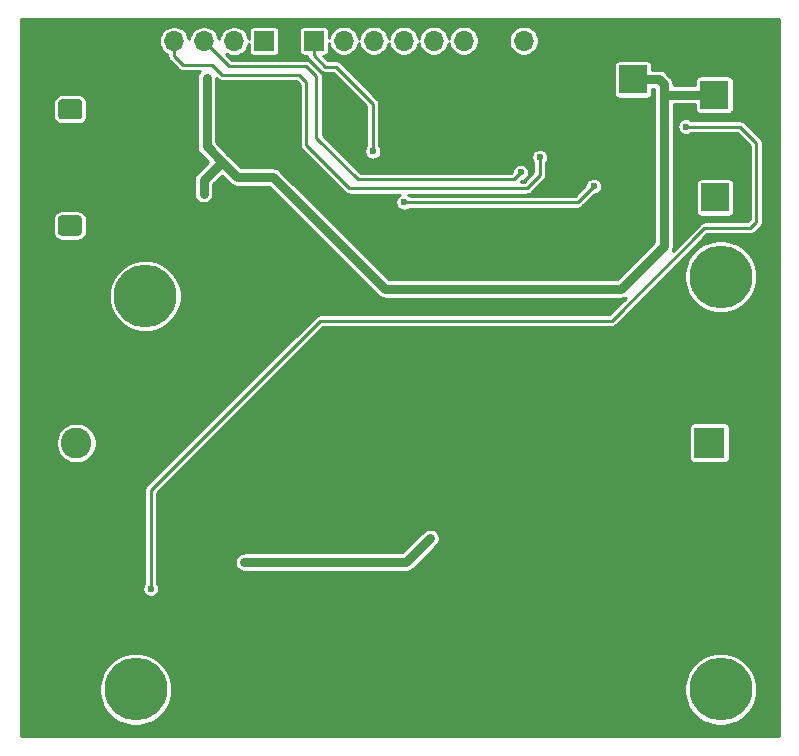
<source format=gbr>
G04 #@! TF.GenerationSoftware,KiCad,Pcbnew,5.1.10-88a1d61d58~90~ubuntu20.04.1*
G04 #@! TF.CreationDate,2021-09-05T17:22:48+01:00*
G04 #@! TF.ProjectId,hl2_extpamon,686c325f-6578-4747-9061-6d6f6e2e6b69,1*
G04 #@! TF.SameCoordinates,PX59a5380PY35d55f4*
G04 #@! TF.FileFunction,Copper,L2,Bot*
G04 #@! TF.FilePolarity,Positive*
%FSLAX46Y46*%
G04 Gerber Fmt 4.6, Leading zero omitted, Abs format (unit mm)*
G04 Created by KiCad (PCBNEW 5.1.10-88a1d61d58~90~ubuntu20.04.1) date 2021-09-05 17:22:48*
%MOMM*%
%LPD*%
G01*
G04 APERTURE LIST*
G04 #@! TA.AperFunction,ComponentPad*
%ADD10C,5.300000*%
G04 #@! TD*
G04 #@! TA.AperFunction,ComponentPad*
%ADD11O,1.700000X1.700000*%
G04 #@! TD*
G04 #@! TA.AperFunction,ComponentPad*
%ADD12R,1.700000X1.700000*%
G04 #@! TD*
G04 #@! TA.AperFunction,ComponentPad*
%ADD13O,2.000000X1.700000*%
G04 #@! TD*
G04 #@! TA.AperFunction,ComponentPad*
%ADD14C,2.600000*%
G04 #@! TD*
G04 #@! TA.AperFunction,ComponentPad*
%ADD15R,2.600000X2.600000*%
G04 #@! TD*
G04 #@! TA.AperFunction,ComponentPad*
%ADD16C,2.400000*%
G04 #@! TD*
G04 #@! TA.AperFunction,ComponentPad*
%ADD17R,2.400000X2.400000*%
G04 #@! TD*
G04 #@! TA.AperFunction,ViaPad*
%ADD18C,0.600000*%
G04 #@! TD*
G04 #@! TA.AperFunction,Conductor*
%ADD19C,0.250000*%
G04 #@! TD*
G04 #@! TA.AperFunction,Conductor*
%ADD20C,0.800000*%
G04 #@! TD*
G04 #@! TA.AperFunction,Conductor*
%ADD21C,0.254000*%
G04 #@! TD*
G04 #@! TA.AperFunction,Conductor*
%ADD22C,0.100000*%
G04 #@! TD*
G04 APERTURE END LIST*
D10*
X59690000Y-57150000D03*
X10160000Y-57150000D03*
X10972800Y-23850600D03*
X59690000Y-22199600D03*
D11*
X10865300Y-2260600D03*
X13405300Y-2260600D03*
X15945300Y-2260600D03*
X18485300Y-2260600D03*
D12*
X21025300Y-2260600D03*
D11*
X43021700Y-2235200D03*
X40481700Y-2235200D03*
X37941700Y-2235200D03*
X35401700Y-2235200D03*
X32861700Y-2235200D03*
X30321700Y-2235200D03*
X27781700Y-2235200D03*
D12*
X25241700Y-2235200D03*
D13*
X4590100Y-20373800D03*
G04 #@! TA.AperFunction,ComponentPad*
G36*
G01*
X3840100Y-17023800D02*
X5340100Y-17023800D01*
G75*
G02*
X5590100Y-17273800I0J-250000D01*
G01*
X5590100Y-18473800D01*
G75*
G02*
X5340100Y-18723800I-250000J0D01*
G01*
X3840100Y-18723800D01*
G75*
G02*
X3590100Y-18473800I0J250000D01*
G01*
X3590100Y-17273800D01*
G75*
G02*
X3840100Y-17023800I250000J0D01*
G01*
G37*
G04 #@! TD.AperFunction*
D14*
X5124900Y-36292800D03*
D15*
X5124900Y-31292800D03*
D13*
X4616900Y-10541000D03*
G04 #@! TA.AperFunction,ComponentPad*
G36*
G01*
X3866900Y-7191000D02*
X5366900Y-7191000D01*
G75*
G02*
X5616900Y-7441000I0J-250000D01*
G01*
X5616900Y-8641000D01*
G75*
G02*
X5366900Y-8891000I-250000J0D01*
G01*
X3866900Y-8891000D01*
G75*
G02*
X3616900Y-8641000I0J250000D01*
G01*
X3616900Y-7441000D01*
G75*
G02*
X3866900Y-7191000I250000J0D01*
G01*
G37*
G04 #@! TD.AperFunction*
D16*
X59162000Y-3297500D03*
D17*
X59162000Y-6797500D03*
D16*
X59225500Y-11997000D03*
D17*
X59225500Y-15497000D03*
D14*
X58742900Y-31274200D03*
D15*
X58742900Y-36274200D03*
D16*
X48767300Y-5511800D03*
D17*
X52267300Y-5511800D03*
D18*
X32512000Y-41656000D03*
X34544000Y-41656000D03*
X21336000Y-33528000D03*
X15240000Y-33528000D03*
X23368000Y-33528000D03*
X25400000Y-33528000D03*
X9144000Y-33528000D03*
X7112000Y-33528000D03*
X3048000Y-33528000D03*
X5080000Y-33528000D03*
X11176000Y-33528000D03*
X13208000Y-33528000D03*
X10160000Y-40640000D03*
X8128000Y-40640000D03*
X4064000Y-40640000D03*
X6096000Y-40640000D03*
X12192000Y-40640000D03*
X14224000Y-40640000D03*
X2032000Y-38608000D03*
X2032000Y-40640000D03*
X2032000Y-36576000D03*
X2032000Y-34544000D03*
X16256000Y-33528000D03*
X20320000Y-33528000D03*
X38608000Y-41656000D03*
X36576000Y-41656000D03*
X44704000Y-41656000D03*
X46736000Y-41656000D03*
X42672000Y-41656000D03*
X40640000Y-41656000D03*
X52832000Y-41656000D03*
X60960000Y-41656000D03*
X54864000Y-41656000D03*
X56896000Y-41656000D03*
X58928000Y-41656000D03*
X62992000Y-41656000D03*
X50800000Y-41656000D03*
X48768000Y-41656000D03*
X38608000Y-33020000D03*
X54864000Y-33020000D03*
X46736000Y-33020000D03*
X40640000Y-33020000D03*
X42672000Y-33020000D03*
X44704000Y-33020000D03*
X50800000Y-33020000D03*
X56896000Y-33020000D03*
X48768000Y-33020000D03*
X36576000Y-33020000D03*
X52832000Y-33020000D03*
X34544000Y-33020000D03*
X62484000Y-39624000D03*
X62484000Y-37592000D03*
X62484000Y-35560000D03*
X62484000Y-33528000D03*
X11443000Y-48628000D03*
X56743600Y-9499600D03*
X19374300Y-46380400D03*
X35093900Y-44370800D03*
X16157900Y-5400800D03*
X15903900Y-15173200D03*
X38957700Y-23241000D03*
X30245500Y-11582400D03*
X32886000Y-15893400D03*
X48933100Y-14541500D03*
X44373800Y-12090400D03*
X42748200Y-13385800D03*
D19*
X56743600Y-9499600D02*
X56743600Y-9499600D01*
X62712600Y-17551400D02*
X62712600Y-10896600D01*
X58318400Y-18084800D02*
X62179200Y-18084800D01*
X50469800Y-25933400D02*
X58318400Y-18084800D01*
X62712600Y-10896600D02*
X61315600Y-9499600D01*
X25806400Y-25933400D02*
X50469800Y-25933400D01*
X11443000Y-40296800D02*
X25806400Y-25933400D01*
X61315600Y-9499600D02*
X56743600Y-9499600D01*
X62179200Y-18084800D02*
X62712600Y-17551400D01*
X11443000Y-48628000D02*
X11443000Y-40296800D01*
D20*
X33084300Y-46380400D02*
X35093900Y-44370800D01*
X19374300Y-46380400D02*
X33084300Y-46380400D01*
X38957700Y-23241000D02*
X51276700Y-23241000D01*
X54873800Y-19643900D02*
X54873800Y-6797500D01*
X51276700Y-23241000D02*
X54873800Y-19643900D01*
X59162000Y-6797500D02*
X54873800Y-6797500D01*
X52267300Y-5511800D02*
X54483000Y-5511800D01*
X54873800Y-5902600D02*
X54873800Y-6797500D01*
X54483000Y-5511800D02*
X54873800Y-5902600D01*
X31242000Y-23241000D02*
X38957700Y-23241000D01*
X21793200Y-13792200D02*
X31242000Y-23241000D01*
X18770600Y-13792200D02*
X21793200Y-13792200D01*
X16157900Y-5400800D02*
X16157900Y-11179500D01*
X15903900Y-14042700D02*
X17462500Y-12484100D01*
X15903900Y-15173200D02*
X15903900Y-14042700D01*
X17462500Y-12484100D02*
X18770600Y-13792200D01*
X16157900Y-11179500D02*
X17462500Y-12484100D01*
D19*
X30245500Y-11582400D02*
X30296300Y-11633200D01*
X32886000Y-15893400D02*
X47581200Y-15893400D01*
X47581200Y-15893400D02*
X48933100Y-14541500D01*
X48933100Y-14541500D02*
X48945800Y-14528800D01*
X25241700Y-2235200D02*
X25241700Y-3473900D01*
X25241700Y-3473900D02*
X26212800Y-4445000D01*
X26212800Y-4445000D02*
X27127200Y-4445000D01*
X30245500Y-7563300D02*
X30245500Y-11582400D01*
X27127200Y-4445000D02*
X30245500Y-7563300D01*
X13405300Y-2260600D02*
X13405300Y-3429000D01*
X13405300Y-3429000D02*
X13405300Y-3530600D01*
X13405300Y-3530600D02*
X14141900Y-4267200D01*
X14141900Y-4267200D02*
X16631100Y-4267200D01*
X16631100Y-4267200D02*
X17494700Y-5130800D01*
X17494700Y-5130800D02*
X23997100Y-5130800D01*
X23997100Y-5130800D02*
X24606700Y-5740400D01*
X24606700Y-5740400D02*
X24606700Y-9855200D01*
X24606700Y-9855200D02*
X24606700Y-11068500D01*
X24606700Y-11068500D02*
X28244800Y-14706600D01*
X28244800Y-14706600D02*
X43281600Y-14706600D01*
X43281600Y-14706600D02*
X44373800Y-13614400D01*
X44373800Y-13614400D02*
X44373800Y-12090400D01*
X44373800Y-12090400D02*
X44373800Y-12090400D01*
X15945300Y-2260600D02*
X18078900Y-4394200D01*
X18078900Y-4394200D02*
X24581300Y-4394200D01*
X24581300Y-4394200D02*
X25444900Y-5257800D01*
X25444900Y-5257800D02*
X25444900Y-9499600D01*
X25444900Y-9499600D02*
X25444900Y-10433500D01*
X25444900Y-10433500D02*
X28981400Y-13970000D01*
X28981400Y-13970000D02*
X42164000Y-13970000D01*
X42164000Y-13970000D02*
X42748200Y-13385800D01*
X42748200Y-13385800D02*
X42748200Y-13385800D01*
D21*
X64588001Y-61139500D02*
X412000Y-61139500D01*
X412000Y-56846942D01*
X7083000Y-56846942D01*
X7083000Y-57453058D01*
X7201248Y-58047528D01*
X7433198Y-58607506D01*
X7769938Y-59111473D01*
X8198527Y-59540062D01*
X8702494Y-59876802D01*
X9262472Y-60108752D01*
X9856942Y-60227000D01*
X10463058Y-60227000D01*
X11057528Y-60108752D01*
X11617506Y-59876802D01*
X12121473Y-59540062D01*
X12550062Y-59111473D01*
X12886802Y-58607506D01*
X13118752Y-58047528D01*
X13237000Y-57453058D01*
X13237000Y-56846942D01*
X56613000Y-56846942D01*
X56613000Y-57453058D01*
X56731248Y-58047528D01*
X56963198Y-58607506D01*
X57299938Y-59111473D01*
X57728527Y-59540062D01*
X58232494Y-59876802D01*
X58792472Y-60108752D01*
X59386942Y-60227000D01*
X59993058Y-60227000D01*
X60587528Y-60108752D01*
X61147506Y-59876802D01*
X61651473Y-59540062D01*
X62080062Y-59111473D01*
X62416802Y-58607506D01*
X62648752Y-58047528D01*
X62767000Y-57453058D01*
X62767000Y-56846942D01*
X62648752Y-56252472D01*
X62416802Y-55692494D01*
X62080062Y-55188527D01*
X61651473Y-54759938D01*
X61147506Y-54423198D01*
X60587528Y-54191248D01*
X59993058Y-54073000D01*
X59386942Y-54073000D01*
X58792472Y-54191248D01*
X58232494Y-54423198D01*
X57728527Y-54759938D01*
X57299938Y-55188527D01*
X56963198Y-55692494D01*
X56731248Y-56252472D01*
X56613000Y-56846942D01*
X13237000Y-56846942D01*
X13118752Y-56252472D01*
X12886802Y-55692494D01*
X12550062Y-55188527D01*
X12121473Y-54759938D01*
X11617506Y-54423198D01*
X11057528Y-54191248D01*
X10463058Y-54073000D01*
X9856942Y-54073000D01*
X9262472Y-54191248D01*
X8702494Y-54423198D01*
X8198527Y-54759938D01*
X7769938Y-55188527D01*
X7433198Y-55692494D01*
X7201248Y-56252472D01*
X7083000Y-56846942D01*
X412000Y-56846942D01*
X412000Y-48556397D01*
X10716000Y-48556397D01*
X10716000Y-48699603D01*
X10743938Y-48840058D01*
X10798741Y-48972364D01*
X10878302Y-49091436D01*
X10979564Y-49192698D01*
X11098636Y-49272259D01*
X11230942Y-49327062D01*
X11371397Y-49355000D01*
X11514603Y-49355000D01*
X11655058Y-49327062D01*
X11787364Y-49272259D01*
X11906436Y-49192698D01*
X12007698Y-49091436D01*
X12087259Y-48972364D01*
X12142062Y-48840058D01*
X12170000Y-48699603D01*
X12170000Y-48556397D01*
X12142062Y-48415942D01*
X12087259Y-48283636D01*
X12007698Y-48164564D01*
X11995000Y-48151866D01*
X11995000Y-46380400D01*
X18543299Y-46380400D01*
X18559266Y-46542520D01*
X18606555Y-46698410D01*
X18683348Y-46842079D01*
X18786694Y-46968006D01*
X18912621Y-47071352D01*
X19056290Y-47148145D01*
X19212180Y-47195434D01*
X19333676Y-47207400D01*
X33043686Y-47207400D01*
X33084300Y-47211400D01*
X33124914Y-47207400D01*
X33124924Y-47207400D01*
X33246420Y-47195434D01*
X33402310Y-47148145D01*
X33545979Y-47071352D01*
X33671906Y-46968006D01*
X33697805Y-46936448D01*
X35707403Y-44926852D01*
X35784852Y-44832480D01*
X35861645Y-44688811D01*
X35908933Y-44532921D01*
X35924900Y-44370800D01*
X35908933Y-44208680D01*
X35861645Y-44052790D01*
X35784852Y-43909120D01*
X35681506Y-43783194D01*
X35555580Y-43679848D01*
X35411910Y-43603055D01*
X35256020Y-43555767D01*
X35093900Y-43539800D01*
X34931779Y-43555767D01*
X34775889Y-43603055D01*
X34632220Y-43679848D01*
X34537848Y-43757297D01*
X32741747Y-45553400D01*
X19333676Y-45553400D01*
X19212180Y-45565366D01*
X19056290Y-45612655D01*
X18912621Y-45689448D01*
X18786694Y-45792794D01*
X18683348Y-45918721D01*
X18606555Y-46062390D01*
X18559266Y-46218280D01*
X18543299Y-46380400D01*
X11995000Y-46380400D01*
X11995000Y-40525444D01*
X17546244Y-34974200D01*
X57013834Y-34974200D01*
X57013834Y-37574200D01*
X57022078Y-37657907D01*
X57046495Y-37738396D01*
X57086145Y-37812576D01*
X57139505Y-37877595D01*
X57204524Y-37930955D01*
X57278704Y-37970605D01*
X57359193Y-37995022D01*
X57442900Y-38003266D01*
X60042900Y-38003266D01*
X60126607Y-37995022D01*
X60207096Y-37970605D01*
X60281276Y-37930955D01*
X60346295Y-37877595D01*
X60399655Y-37812576D01*
X60439305Y-37738396D01*
X60463722Y-37657907D01*
X60471966Y-37574200D01*
X60471966Y-34974200D01*
X60463722Y-34890493D01*
X60439305Y-34810004D01*
X60399655Y-34735824D01*
X60346295Y-34670805D01*
X60281276Y-34617445D01*
X60207096Y-34577795D01*
X60126607Y-34553378D01*
X60042900Y-34545134D01*
X57442900Y-34545134D01*
X57359193Y-34553378D01*
X57278704Y-34577795D01*
X57204524Y-34617445D01*
X57139505Y-34670805D01*
X57086145Y-34735824D01*
X57046495Y-34810004D01*
X57022078Y-34890493D01*
X57013834Y-34974200D01*
X17546244Y-34974200D01*
X26035046Y-26485400D01*
X50442694Y-26485400D01*
X50469800Y-26488070D01*
X50496906Y-26485400D01*
X50496909Y-26485400D01*
X50578011Y-26477412D01*
X50682063Y-26445848D01*
X50777958Y-26394591D01*
X50862011Y-26325611D01*
X50879301Y-26304543D01*
X55287303Y-21896542D01*
X56613000Y-21896542D01*
X56613000Y-22502658D01*
X56731248Y-23097128D01*
X56963198Y-23657106D01*
X57299938Y-24161073D01*
X57728527Y-24589662D01*
X58232494Y-24926402D01*
X58792472Y-25158352D01*
X59386942Y-25276600D01*
X59993058Y-25276600D01*
X60587528Y-25158352D01*
X61147506Y-24926402D01*
X61651473Y-24589662D01*
X62080062Y-24161073D01*
X62416802Y-23657106D01*
X62648752Y-23097128D01*
X62767000Y-22502658D01*
X62767000Y-21896542D01*
X62648752Y-21302072D01*
X62416802Y-20742094D01*
X62080062Y-20238127D01*
X61651473Y-19809538D01*
X61147506Y-19472798D01*
X60587528Y-19240848D01*
X59993058Y-19122600D01*
X59386942Y-19122600D01*
X58792472Y-19240848D01*
X58232494Y-19472798D01*
X57728527Y-19809538D01*
X57299938Y-20238127D01*
X56963198Y-20742094D01*
X56731248Y-21302072D01*
X56613000Y-21896542D01*
X55287303Y-21896542D01*
X58547046Y-18636800D01*
X62152094Y-18636800D01*
X62179200Y-18639470D01*
X62206306Y-18636800D01*
X62206309Y-18636800D01*
X62287411Y-18628812D01*
X62391463Y-18597248D01*
X62487358Y-18545991D01*
X62571411Y-18477011D01*
X62588700Y-18455944D01*
X63083754Y-17960892D01*
X63104811Y-17943611D01*
X63163140Y-17872537D01*
X63173791Y-17859558D01*
X63225048Y-17763663D01*
X63256612Y-17659611D01*
X63267270Y-17551400D01*
X63264600Y-17524291D01*
X63264600Y-10923697D01*
X63267269Y-10896599D01*
X63264600Y-10869501D01*
X63264600Y-10869491D01*
X63256612Y-10788389D01*
X63225048Y-10684337D01*
X63183876Y-10607309D01*
X63173791Y-10588441D01*
X63122091Y-10525445D01*
X63104811Y-10504389D01*
X63083754Y-10487108D01*
X61725100Y-9128456D01*
X61707811Y-9107389D01*
X61623758Y-9038409D01*
X61527863Y-8987152D01*
X61423811Y-8955588D01*
X61342709Y-8947600D01*
X61342706Y-8947600D01*
X61315600Y-8944930D01*
X61288494Y-8947600D01*
X57219734Y-8947600D01*
X57207036Y-8934902D01*
X57087964Y-8855341D01*
X56955658Y-8800538D01*
X56815203Y-8772600D01*
X56671997Y-8772600D01*
X56531542Y-8800538D01*
X56399236Y-8855341D01*
X56280164Y-8934902D01*
X56178902Y-9036164D01*
X56099341Y-9155236D01*
X56044538Y-9287542D01*
X56016600Y-9427997D01*
X56016600Y-9571203D01*
X56044538Y-9711658D01*
X56099341Y-9843964D01*
X56178902Y-9963036D01*
X56280164Y-10064298D01*
X56399236Y-10143859D01*
X56531542Y-10198662D01*
X56671997Y-10226600D01*
X56815203Y-10226600D01*
X56955658Y-10198662D01*
X57087964Y-10143859D01*
X57207036Y-10064298D01*
X57219734Y-10051600D01*
X61086956Y-10051600D01*
X62160601Y-11125247D01*
X62160600Y-17322755D01*
X61950555Y-17532800D01*
X58345508Y-17532800D01*
X58318400Y-17530130D01*
X58291291Y-17532800D01*
X58210189Y-17540788D01*
X58106137Y-17572352D01*
X58010242Y-17623609D01*
X57926189Y-17692589D01*
X57908908Y-17713646D01*
X55619614Y-20002940D01*
X55641545Y-19961911D01*
X55655890Y-19914622D01*
X55688834Y-19806020D01*
X55700800Y-19684524D01*
X55700800Y-19684514D01*
X55704800Y-19643900D01*
X55700800Y-19603286D01*
X55700800Y-14297000D01*
X57596434Y-14297000D01*
X57596434Y-16697000D01*
X57604678Y-16780707D01*
X57629095Y-16861196D01*
X57668745Y-16935376D01*
X57722105Y-17000395D01*
X57787124Y-17053755D01*
X57861304Y-17093405D01*
X57941793Y-17117822D01*
X58025500Y-17126066D01*
X60425500Y-17126066D01*
X60509207Y-17117822D01*
X60589696Y-17093405D01*
X60663876Y-17053755D01*
X60728895Y-17000395D01*
X60782255Y-16935376D01*
X60821905Y-16861196D01*
X60846322Y-16780707D01*
X60854566Y-16697000D01*
X60854566Y-14297000D01*
X60846322Y-14213293D01*
X60821905Y-14132804D01*
X60782255Y-14058624D01*
X60728895Y-13993605D01*
X60663876Y-13940245D01*
X60589696Y-13900595D01*
X60509207Y-13876178D01*
X60425500Y-13867934D01*
X58025500Y-13867934D01*
X57941793Y-13876178D01*
X57861304Y-13900595D01*
X57787124Y-13940245D01*
X57722105Y-13993605D01*
X57668745Y-14058624D01*
X57629095Y-14132804D01*
X57604678Y-14213293D01*
X57596434Y-14297000D01*
X55700800Y-14297000D01*
X55700800Y-7624500D01*
X57532934Y-7624500D01*
X57532934Y-7997500D01*
X57541178Y-8081207D01*
X57565595Y-8161696D01*
X57605245Y-8235876D01*
X57658605Y-8300895D01*
X57723624Y-8354255D01*
X57797804Y-8393905D01*
X57878293Y-8418322D01*
X57962000Y-8426566D01*
X60362000Y-8426566D01*
X60445707Y-8418322D01*
X60526196Y-8393905D01*
X60600376Y-8354255D01*
X60665395Y-8300895D01*
X60718755Y-8235876D01*
X60758405Y-8161696D01*
X60782822Y-8081207D01*
X60791066Y-7997500D01*
X60791066Y-5597500D01*
X60782822Y-5513793D01*
X60758405Y-5433304D01*
X60718755Y-5359124D01*
X60665395Y-5294105D01*
X60600376Y-5240745D01*
X60526196Y-5201095D01*
X60445707Y-5176678D01*
X60362000Y-5168434D01*
X57962000Y-5168434D01*
X57878293Y-5176678D01*
X57797804Y-5201095D01*
X57723624Y-5240745D01*
X57658605Y-5294105D01*
X57605245Y-5359124D01*
X57565595Y-5433304D01*
X57541178Y-5513793D01*
X57532934Y-5597500D01*
X57532934Y-5970500D01*
X55700800Y-5970500D01*
X55700800Y-5943214D01*
X55704800Y-5902600D01*
X55700800Y-5861986D01*
X55700800Y-5861976D01*
X55688834Y-5740480D01*
X55641545Y-5584590D01*
X55564752Y-5440921D01*
X55497623Y-5359124D01*
X55487303Y-5346549D01*
X55487301Y-5346547D01*
X55461406Y-5314994D01*
X55429854Y-5289100D01*
X55096505Y-4955752D01*
X55070606Y-4924194D01*
X54944679Y-4820848D01*
X54801010Y-4744055D01*
X54645120Y-4696766D01*
X54523624Y-4684800D01*
X54523614Y-4684800D01*
X54483000Y-4680800D01*
X54442386Y-4684800D01*
X53896366Y-4684800D01*
X53896366Y-4311800D01*
X53888122Y-4228093D01*
X53863705Y-4147604D01*
X53824055Y-4073424D01*
X53770695Y-4008405D01*
X53705676Y-3955045D01*
X53631496Y-3915395D01*
X53551007Y-3890978D01*
X53467300Y-3882734D01*
X51067300Y-3882734D01*
X50983593Y-3890978D01*
X50903104Y-3915395D01*
X50828924Y-3955045D01*
X50763905Y-4008405D01*
X50710545Y-4073424D01*
X50670895Y-4147604D01*
X50646478Y-4228093D01*
X50638234Y-4311800D01*
X50638234Y-6711800D01*
X50646478Y-6795507D01*
X50670895Y-6875996D01*
X50710545Y-6950176D01*
X50763905Y-7015195D01*
X50828924Y-7068555D01*
X50903104Y-7108205D01*
X50983593Y-7132622D01*
X51067300Y-7140866D01*
X53467300Y-7140866D01*
X53551007Y-7132622D01*
X53631496Y-7108205D01*
X53705676Y-7068555D01*
X53770695Y-7015195D01*
X53824055Y-6950176D01*
X53863705Y-6875996D01*
X53888122Y-6795507D01*
X53896366Y-6711800D01*
X53896366Y-6338800D01*
X54046800Y-6338800D01*
X54046800Y-6756876D01*
X54042799Y-6797500D01*
X54046801Y-6838134D01*
X54046800Y-19301345D01*
X50934147Y-22414000D01*
X31584554Y-22414000D01*
X22406705Y-13236152D01*
X22380806Y-13204594D01*
X22254879Y-13101248D01*
X22111210Y-13024455D01*
X21955320Y-12977166D01*
X21833824Y-12965200D01*
X21833814Y-12965200D01*
X21793200Y-12961200D01*
X21752586Y-12965200D01*
X19113154Y-12965200D01*
X18076006Y-11928053D01*
X18076002Y-11928048D01*
X18076001Y-11928047D01*
X18050106Y-11896494D01*
X18018552Y-11870598D01*
X16984900Y-10836947D01*
X16984900Y-5401646D01*
X17085207Y-5501953D01*
X17102489Y-5523011D01*
X17123545Y-5540291D01*
X17123546Y-5540292D01*
X17186542Y-5591991D01*
X17282437Y-5643248D01*
X17386489Y-5674812D01*
X17494700Y-5685470D01*
X17521808Y-5682800D01*
X23768455Y-5682800D01*
X24054700Y-5969046D01*
X24054701Y-9828082D01*
X24054700Y-9828092D01*
X24054701Y-11041384D01*
X24052030Y-11068500D01*
X24062689Y-11176710D01*
X24094252Y-11280762D01*
X24135425Y-11357791D01*
X24145510Y-11376658D01*
X24214490Y-11460711D01*
X24235552Y-11477996D01*
X27835308Y-15077754D01*
X27852589Y-15098811D01*
X27873645Y-15116091D01*
X27936641Y-15167791D01*
X27986308Y-15194338D01*
X28032537Y-15219048D01*
X28136589Y-15250612D01*
X28217691Y-15258600D01*
X28217701Y-15258600D01*
X28244799Y-15261269D01*
X28271897Y-15258600D01*
X32527480Y-15258600D01*
X32422564Y-15328702D01*
X32321302Y-15429964D01*
X32241741Y-15549036D01*
X32186938Y-15681342D01*
X32159000Y-15821797D01*
X32159000Y-15965003D01*
X32186938Y-16105458D01*
X32241741Y-16237764D01*
X32321302Y-16356836D01*
X32422564Y-16458098D01*
X32541636Y-16537659D01*
X32673942Y-16592462D01*
X32814397Y-16620400D01*
X32957603Y-16620400D01*
X33098058Y-16592462D01*
X33230364Y-16537659D01*
X33349436Y-16458098D01*
X33362134Y-16445400D01*
X47554094Y-16445400D01*
X47581200Y-16448070D01*
X47608306Y-16445400D01*
X47608309Y-16445400D01*
X47689411Y-16437412D01*
X47793463Y-16405848D01*
X47889358Y-16354591D01*
X47973411Y-16285611D01*
X47990700Y-16264544D01*
X48986745Y-15268500D01*
X49004703Y-15268500D01*
X49145158Y-15240562D01*
X49277464Y-15185759D01*
X49396536Y-15106198D01*
X49497798Y-15004936D01*
X49577359Y-14885864D01*
X49632162Y-14753558D01*
X49660100Y-14613103D01*
X49660100Y-14469897D01*
X49632162Y-14329442D01*
X49577359Y-14197136D01*
X49497798Y-14078064D01*
X49396536Y-13976802D01*
X49277464Y-13897241D01*
X49145158Y-13842438D01*
X49004703Y-13814500D01*
X48861497Y-13814500D01*
X48721042Y-13842438D01*
X48588736Y-13897241D01*
X48469664Y-13976802D01*
X48368402Y-14078064D01*
X48288841Y-14197136D01*
X48234038Y-14329442D01*
X48206100Y-14469897D01*
X48206100Y-14487855D01*
X47352556Y-15341400D01*
X33362134Y-15341400D01*
X33349436Y-15328702D01*
X33244520Y-15258600D01*
X43254494Y-15258600D01*
X43281600Y-15261270D01*
X43308706Y-15258600D01*
X43308709Y-15258600D01*
X43389811Y-15250612D01*
X43493863Y-15219048D01*
X43589758Y-15167791D01*
X43673811Y-15098811D01*
X43691100Y-15077744D01*
X44744954Y-14023892D01*
X44766011Y-14006611D01*
X44834991Y-13922558D01*
X44886248Y-13826663D01*
X44917812Y-13722611D01*
X44925800Y-13641509D01*
X44925800Y-13641507D01*
X44928470Y-13614401D01*
X44925800Y-13587295D01*
X44925800Y-12566534D01*
X44938498Y-12553836D01*
X45018059Y-12434764D01*
X45072862Y-12302458D01*
X45100800Y-12162003D01*
X45100800Y-12018797D01*
X45072862Y-11878342D01*
X45018059Y-11746036D01*
X44938498Y-11626964D01*
X44837236Y-11525702D01*
X44718164Y-11446141D01*
X44585858Y-11391338D01*
X44445403Y-11363400D01*
X44302197Y-11363400D01*
X44161742Y-11391338D01*
X44029436Y-11446141D01*
X43910364Y-11525702D01*
X43809102Y-11626964D01*
X43729541Y-11746036D01*
X43674738Y-11878342D01*
X43646800Y-12018797D01*
X43646800Y-12162003D01*
X43674738Y-12302458D01*
X43729541Y-12434764D01*
X43809102Y-12553836D01*
X43821801Y-12566535D01*
X43821800Y-13385754D01*
X43052956Y-14154600D01*
X42760045Y-14154600D01*
X42801845Y-14112800D01*
X42819803Y-14112800D01*
X42960258Y-14084862D01*
X43092564Y-14030059D01*
X43211636Y-13950498D01*
X43312898Y-13849236D01*
X43392459Y-13730164D01*
X43447262Y-13597858D01*
X43475200Y-13457403D01*
X43475200Y-13314197D01*
X43447262Y-13173742D01*
X43392459Y-13041436D01*
X43312898Y-12922364D01*
X43211636Y-12821102D01*
X43092564Y-12741541D01*
X42960258Y-12686738D01*
X42819803Y-12658800D01*
X42676597Y-12658800D01*
X42536142Y-12686738D01*
X42403836Y-12741541D01*
X42284764Y-12821102D01*
X42183502Y-12922364D01*
X42103941Y-13041436D01*
X42049138Y-13173742D01*
X42021200Y-13314197D01*
X42021200Y-13332155D01*
X41935355Y-13418000D01*
X29210046Y-13418000D01*
X25996900Y-10204856D01*
X25996900Y-5284908D01*
X25999570Y-5257800D01*
X25993266Y-5193790D01*
X25988912Y-5149589D01*
X25957348Y-5045537D01*
X25906091Y-4949642D01*
X25837111Y-4865589D01*
X25816054Y-4848308D01*
X24990800Y-4023056D01*
X24973511Y-4001989D01*
X24889458Y-3933009D01*
X24793563Y-3881752D01*
X24689511Y-3850188D01*
X24608409Y-3842200D01*
X24608406Y-3842200D01*
X24581300Y-3839530D01*
X24554194Y-3842200D01*
X18307546Y-3842200D01*
X17811686Y-3346340D01*
X17880414Y-3392263D01*
X18112813Y-3488526D01*
X18359526Y-3537600D01*
X18611074Y-3537600D01*
X18857787Y-3488526D01*
X19090186Y-3392263D01*
X19299340Y-3252511D01*
X19477211Y-3074640D01*
X19616963Y-2865486D01*
X19713226Y-2633087D01*
X19746234Y-2467144D01*
X19746234Y-3110600D01*
X19754478Y-3194307D01*
X19778895Y-3274796D01*
X19818545Y-3348976D01*
X19871905Y-3413995D01*
X19936924Y-3467355D01*
X20011104Y-3507005D01*
X20091593Y-3531422D01*
X20175300Y-3539666D01*
X21875300Y-3539666D01*
X21959007Y-3531422D01*
X22039496Y-3507005D01*
X22113676Y-3467355D01*
X22178695Y-3413995D01*
X22232055Y-3348976D01*
X22271705Y-3274796D01*
X22296122Y-3194307D01*
X22304366Y-3110600D01*
X22304366Y-1410600D01*
X22301865Y-1385200D01*
X23962634Y-1385200D01*
X23962634Y-3085200D01*
X23970878Y-3168907D01*
X23995295Y-3249396D01*
X24034945Y-3323576D01*
X24088305Y-3388595D01*
X24153324Y-3441955D01*
X24227504Y-3481605D01*
X24307993Y-3506022D01*
X24391700Y-3514266D01*
X24691006Y-3514266D01*
X24697689Y-3582110D01*
X24729252Y-3686162D01*
X24780509Y-3782057D01*
X24780510Y-3782058D01*
X24849490Y-3866111D01*
X24870552Y-3883396D01*
X25803307Y-4816153D01*
X25820589Y-4837211D01*
X25841645Y-4854491D01*
X25841646Y-4854492D01*
X25904642Y-4906191D01*
X26000537Y-4957448D01*
X26104589Y-4989012D01*
X26212800Y-4999670D01*
X26239908Y-4997000D01*
X26898556Y-4997000D01*
X29693500Y-7791946D01*
X29693501Y-11106265D01*
X29680802Y-11118964D01*
X29601241Y-11238036D01*
X29546438Y-11370342D01*
X29518500Y-11510797D01*
X29518500Y-11654003D01*
X29546438Y-11794458D01*
X29601241Y-11926764D01*
X29680802Y-12045836D01*
X29782064Y-12147098D01*
X29901136Y-12226659D01*
X30033442Y-12281462D01*
X30173897Y-12309400D01*
X30317103Y-12309400D01*
X30457558Y-12281462D01*
X30589864Y-12226659D01*
X30708936Y-12147098D01*
X30810198Y-12045836D01*
X30889759Y-11926764D01*
X30944562Y-11794458D01*
X30972500Y-11654003D01*
X30972500Y-11510797D01*
X30944562Y-11370342D01*
X30889759Y-11238036D01*
X30810198Y-11118964D01*
X30797500Y-11106266D01*
X30797500Y-7590405D01*
X30800170Y-7563299D01*
X30797500Y-7536191D01*
X30789512Y-7455089D01*
X30757948Y-7351037D01*
X30706691Y-7255142D01*
X30637711Y-7171089D01*
X30616654Y-7153808D01*
X27536701Y-4073856D01*
X27519411Y-4052789D01*
X27435358Y-3983809D01*
X27339463Y-3932552D01*
X27235411Y-3900988D01*
X27154309Y-3893000D01*
X27154306Y-3893000D01*
X27127200Y-3890330D01*
X27100094Y-3893000D01*
X26441446Y-3893000D01*
X26062711Y-3514266D01*
X26091700Y-3514266D01*
X26175407Y-3506022D01*
X26255896Y-3481605D01*
X26330076Y-3441955D01*
X26395095Y-3388595D01*
X26448455Y-3323576D01*
X26488105Y-3249396D01*
X26512522Y-3168907D01*
X26520766Y-3085200D01*
X26520766Y-2441744D01*
X26553774Y-2607687D01*
X26650037Y-2840086D01*
X26789789Y-3049240D01*
X26967660Y-3227111D01*
X27176814Y-3366863D01*
X27409213Y-3463126D01*
X27655926Y-3512200D01*
X27907474Y-3512200D01*
X28154187Y-3463126D01*
X28386586Y-3366863D01*
X28595740Y-3227111D01*
X28773611Y-3049240D01*
X28913363Y-2840086D01*
X29009626Y-2607687D01*
X29051700Y-2396166D01*
X29093774Y-2607687D01*
X29190037Y-2840086D01*
X29329789Y-3049240D01*
X29507660Y-3227111D01*
X29716814Y-3366863D01*
X29949213Y-3463126D01*
X30195926Y-3512200D01*
X30447474Y-3512200D01*
X30694187Y-3463126D01*
X30926586Y-3366863D01*
X31135740Y-3227111D01*
X31313611Y-3049240D01*
X31453363Y-2840086D01*
X31549626Y-2607687D01*
X31591700Y-2396166D01*
X31633774Y-2607687D01*
X31730037Y-2840086D01*
X31869789Y-3049240D01*
X32047660Y-3227111D01*
X32256814Y-3366863D01*
X32489213Y-3463126D01*
X32735926Y-3512200D01*
X32987474Y-3512200D01*
X33234187Y-3463126D01*
X33466586Y-3366863D01*
X33675740Y-3227111D01*
X33853611Y-3049240D01*
X33993363Y-2840086D01*
X34089626Y-2607687D01*
X34131700Y-2396166D01*
X34173774Y-2607687D01*
X34270037Y-2840086D01*
X34409789Y-3049240D01*
X34587660Y-3227111D01*
X34796814Y-3366863D01*
X35029213Y-3463126D01*
X35275926Y-3512200D01*
X35527474Y-3512200D01*
X35774187Y-3463126D01*
X36006586Y-3366863D01*
X36215740Y-3227111D01*
X36393611Y-3049240D01*
X36533363Y-2840086D01*
X36629626Y-2607687D01*
X36671700Y-2396166D01*
X36713774Y-2607687D01*
X36810037Y-2840086D01*
X36949789Y-3049240D01*
X37127660Y-3227111D01*
X37336814Y-3366863D01*
X37569213Y-3463126D01*
X37815926Y-3512200D01*
X38067474Y-3512200D01*
X38314187Y-3463126D01*
X38546586Y-3366863D01*
X38755740Y-3227111D01*
X38933611Y-3049240D01*
X39073363Y-2840086D01*
X39169626Y-2607687D01*
X39218700Y-2360974D01*
X39218700Y-2109426D01*
X41744700Y-2109426D01*
X41744700Y-2360974D01*
X41793774Y-2607687D01*
X41890037Y-2840086D01*
X42029789Y-3049240D01*
X42207660Y-3227111D01*
X42416814Y-3366863D01*
X42649213Y-3463126D01*
X42895926Y-3512200D01*
X43147474Y-3512200D01*
X43394187Y-3463126D01*
X43626586Y-3366863D01*
X43835740Y-3227111D01*
X44013611Y-3049240D01*
X44153363Y-2840086D01*
X44249626Y-2607687D01*
X44298700Y-2360974D01*
X44298700Y-2109426D01*
X44249626Y-1862713D01*
X44153363Y-1630314D01*
X44013611Y-1421160D01*
X43835740Y-1243289D01*
X43626586Y-1103537D01*
X43394187Y-1007274D01*
X43147474Y-958200D01*
X42895926Y-958200D01*
X42649213Y-1007274D01*
X42416814Y-1103537D01*
X42207660Y-1243289D01*
X42029789Y-1421160D01*
X41890037Y-1630314D01*
X41793774Y-1862713D01*
X41744700Y-2109426D01*
X39218700Y-2109426D01*
X39169626Y-1862713D01*
X39073363Y-1630314D01*
X38933611Y-1421160D01*
X38755740Y-1243289D01*
X38546586Y-1103537D01*
X38314187Y-1007274D01*
X38067474Y-958200D01*
X37815926Y-958200D01*
X37569213Y-1007274D01*
X37336814Y-1103537D01*
X37127660Y-1243289D01*
X36949789Y-1421160D01*
X36810037Y-1630314D01*
X36713774Y-1862713D01*
X36671700Y-2074234D01*
X36629626Y-1862713D01*
X36533363Y-1630314D01*
X36393611Y-1421160D01*
X36215740Y-1243289D01*
X36006586Y-1103537D01*
X35774187Y-1007274D01*
X35527474Y-958200D01*
X35275926Y-958200D01*
X35029213Y-1007274D01*
X34796814Y-1103537D01*
X34587660Y-1243289D01*
X34409789Y-1421160D01*
X34270037Y-1630314D01*
X34173774Y-1862713D01*
X34131700Y-2074234D01*
X34089626Y-1862713D01*
X33993363Y-1630314D01*
X33853611Y-1421160D01*
X33675740Y-1243289D01*
X33466586Y-1103537D01*
X33234187Y-1007274D01*
X32987474Y-958200D01*
X32735926Y-958200D01*
X32489213Y-1007274D01*
X32256814Y-1103537D01*
X32047660Y-1243289D01*
X31869789Y-1421160D01*
X31730037Y-1630314D01*
X31633774Y-1862713D01*
X31591700Y-2074234D01*
X31549626Y-1862713D01*
X31453363Y-1630314D01*
X31313611Y-1421160D01*
X31135740Y-1243289D01*
X30926586Y-1103537D01*
X30694187Y-1007274D01*
X30447474Y-958200D01*
X30195926Y-958200D01*
X29949213Y-1007274D01*
X29716814Y-1103537D01*
X29507660Y-1243289D01*
X29329789Y-1421160D01*
X29190037Y-1630314D01*
X29093774Y-1862713D01*
X29051700Y-2074234D01*
X29009626Y-1862713D01*
X28913363Y-1630314D01*
X28773611Y-1421160D01*
X28595740Y-1243289D01*
X28386586Y-1103537D01*
X28154187Y-1007274D01*
X27907474Y-958200D01*
X27655926Y-958200D01*
X27409213Y-1007274D01*
X27176814Y-1103537D01*
X26967660Y-1243289D01*
X26789789Y-1421160D01*
X26650037Y-1630314D01*
X26553774Y-1862713D01*
X26520766Y-2028656D01*
X26520766Y-1385200D01*
X26512522Y-1301493D01*
X26488105Y-1221004D01*
X26448455Y-1146824D01*
X26395095Y-1081805D01*
X26330076Y-1028445D01*
X26255896Y-988795D01*
X26175407Y-964378D01*
X26091700Y-956134D01*
X24391700Y-956134D01*
X24307993Y-964378D01*
X24227504Y-988795D01*
X24153324Y-1028445D01*
X24088305Y-1081805D01*
X24034945Y-1146824D01*
X23995295Y-1221004D01*
X23970878Y-1301493D01*
X23962634Y-1385200D01*
X22301865Y-1385200D01*
X22296122Y-1326893D01*
X22271705Y-1246404D01*
X22232055Y-1172224D01*
X22178695Y-1107205D01*
X22113676Y-1053845D01*
X22039496Y-1014195D01*
X21959007Y-989778D01*
X21875300Y-981534D01*
X20175300Y-981534D01*
X20091593Y-989778D01*
X20011104Y-1014195D01*
X19936924Y-1053845D01*
X19871905Y-1107205D01*
X19818545Y-1172224D01*
X19778895Y-1246404D01*
X19754478Y-1326893D01*
X19746234Y-1410600D01*
X19746234Y-2054056D01*
X19713226Y-1888113D01*
X19616963Y-1655714D01*
X19477211Y-1446560D01*
X19299340Y-1268689D01*
X19090186Y-1128937D01*
X18857787Y-1032674D01*
X18611074Y-983600D01*
X18359526Y-983600D01*
X18112813Y-1032674D01*
X17880414Y-1128937D01*
X17671260Y-1268689D01*
X17493389Y-1446560D01*
X17353637Y-1655714D01*
X17257374Y-1888113D01*
X17215300Y-2099634D01*
X17173226Y-1888113D01*
X17076963Y-1655714D01*
X16937211Y-1446560D01*
X16759340Y-1268689D01*
X16550186Y-1128937D01*
X16317787Y-1032674D01*
X16071074Y-983600D01*
X15819526Y-983600D01*
X15572813Y-1032674D01*
X15340414Y-1128937D01*
X15131260Y-1268689D01*
X14953389Y-1446560D01*
X14813637Y-1655714D01*
X14717374Y-1888113D01*
X14675300Y-2099634D01*
X14633226Y-1888113D01*
X14536963Y-1655714D01*
X14397211Y-1446560D01*
X14219340Y-1268689D01*
X14010186Y-1128937D01*
X13777787Y-1032674D01*
X13531074Y-983600D01*
X13279526Y-983600D01*
X13032813Y-1032674D01*
X12800414Y-1128937D01*
X12591260Y-1268689D01*
X12413389Y-1446560D01*
X12273637Y-1655714D01*
X12177374Y-1888113D01*
X12128300Y-2134826D01*
X12128300Y-2386374D01*
X12177374Y-2633087D01*
X12273637Y-2865486D01*
X12413389Y-3074640D01*
X12591260Y-3252511D01*
X12800414Y-3392263D01*
X12853300Y-3414169D01*
X12853300Y-3503494D01*
X12850630Y-3530600D01*
X12853300Y-3557706D01*
X12853300Y-3557709D01*
X12861288Y-3638811D01*
X12892852Y-3742863D01*
X12944109Y-3838758D01*
X13013090Y-3922811D01*
X13034151Y-3940096D01*
X13732407Y-4638353D01*
X13749689Y-4659411D01*
X13770745Y-4676691D01*
X13770746Y-4676692D01*
X13833742Y-4728391D01*
X13929637Y-4779648D01*
X14033689Y-4811212D01*
X14141900Y-4821870D01*
X14169008Y-4819200D01*
X15565365Y-4819200D01*
X15466948Y-4939122D01*
X15390155Y-5082791D01*
X15342866Y-5238681D01*
X15330900Y-5360177D01*
X15330901Y-11138876D01*
X15326900Y-11179500D01*
X15342867Y-11341620D01*
X15390156Y-11497510D01*
X15466948Y-11641179D01*
X15528645Y-11716356D01*
X15570295Y-11767106D01*
X15601848Y-11793001D01*
X16292946Y-12484100D01*
X15347848Y-13429199D01*
X15316295Y-13455094D01*
X15290400Y-13486647D01*
X15290398Y-13486649D01*
X15212948Y-13581021D01*
X15136156Y-13724690D01*
X15088867Y-13880580D01*
X15072900Y-14042700D01*
X15076901Y-14083323D01*
X15076900Y-15213823D01*
X15088866Y-15335319D01*
X15136155Y-15491209D01*
X15212948Y-15634878D01*
X15316294Y-15760806D01*
X15442221Y-15864152D01*
X15585890Y-15940945D01*
X15741780Y-15988234D01*
X15903900Y-16004201D01*
X16066019Y-15988234D01*
X16221909Y-15940945D01*
X16365578Y-15864152D01*
X16491506Y-15760806D01*
X16594852Y-15634879D01*
X16671645Y-15491210D01*
X16718934Y-15335320D01*
X16730900Y-15213824D01*
X16730900Y-14385253D01*
X17462500Y-13653654D01*
X18157097Y-14348251D01*
X18182994Y-14379806D01*
X18214547Y-14405701D01*
X18214548Y-14405702D01*
X18308920Y-14483152D01*
X18366654Y-14514011D01*
X18452590Y-14559945D01*
X18608480Y-14607234D01*
X18729976Y-14619200D01*
X18729986Y-14619200D01*
X18770600Y-14623200D01*
X18811214Y-14619200D01*
X21450647Y-14619200D01*
X30628499Y-23797053D01*
X30654394Y-23828606D01*
X30685947Y-23854501D01*
X30685948Y-23854502D01*
X30780320Y-23931952D01*
X30847762Y-23968000D01*
X30923990Y-24008745D01*
X31079880Y-24056034D01*
X31201376Y-24068000D01*
X31201385Y-24068000D01*
X31241999Y-24072000D01*
X31282613Y-24068000D01*
X51236086Y-24068000D01*
X51276700Y-24072000D01*
X51317314Y-24068000D01*
X51317324Y-24068000D01*
X51438820Y-24056034D01*
X51594710Y-24008745D01*
X51635744Y-23986812D01*
X50241156Y-25381400D01*
X25833505Y-25381400D01*
X25806399Y-25378730D01*
X25779293Y-25381400D01*
X25779291Y-25381400D01*
X25698189Y-25389388D01*
X25594137Y-25420952D01*
X25498242Y-25472209D01*
X25414189Y-25541189D01*
X25396909Y-25562245D01*
X11071852Y-39887304D01*
X11050790Y-39904589D01*
X10992060Y-39976152D01*
X10981809Y-39988643D01*
X10930552Y-40084538D01*
X10898989Y-40188590D01*
X10888330Y-40296800D01*
X10891001Y-40323916D01*
X10891000Y-48151866D01*
X10878302Y-48164564D01*
X10798741Y-48283636D01*
X10743938Y-48415942D01*
X10716000Y-48556397D01*
X412000Y-48556397D01*
X412000Y-36122705D01*
X3397900Y-36122705D01*
X3397900Y-36462895D01*
X3464268Y-36796547D01*
X3594453Y-37110841D01*
X3783452Y-37393698D01*
X4024002Y-37634248D01*
X4306859Y-37823247D01*
X4621153Y-37953432D01*
X4954805Y-38019800D01*
X5294995Y-38019800D01*
X5628647Y-37953432D01*
X5942941Y-37823247D01*
X6225798Y-37634248D01*
X6466348Y-37393698D01*
X6655347Y-37110841D01*
X6785532Y-36796547D01*
X6851900Y-36462895D01*
X6851900Y-36122705D01*
X6785532Y-35789053D01*
X6655347Y-35474759D01*
X6466348Y-35191902D01*
X6225798Y-34951352D01*
X5942941Y-34762353D01*
X5628647Y-34632168D01*
X5294995Y-34565800D01*
X4954805Y-34565800D01*
X4621153Y-34632168D01*
X4306859Y-34762353D01*
X4024002Y-34951352D01*
X3783452Y-35191902D01*
X3594453Y-35474759D01*
X3464268Y-35789053D01*
X3397900Y-36122705D01*
X412000Y-36122705D01*
X412000Y-23547542D01*
X7895800Y-23547542D01*
X7895800Y-24153658D01*
X8014048Y-24748128D01*
X8245998Y-25308106D01*
X8582738Y-25812073D01*
X9011327Y-26240662D01*
X9515294Y-26577402D01*
X10075272Y-26809352D01*
X10669742Y-26927600D01*
X11275858Y-26927600D01*
X11870328Y-26809352D01*
X12430306Y-26577402D01*
X12934273Y-26240662D01*
X13362862Y-25812073D01*
X13699602Y-25308106D01*
X13931552Y-24748128D01*
X14049800Y-24153658D01*
X14049800Y-23547542D01*
X13931552Y-22953072D01*
X13699602Y-22393094D01*
X13362862Y-21889127D01*
X12934273Y-21460538D01*
X12430306Y-21123798D01*
X11870328Y-20891848D01*
X11275858Y-20773600D01*
X10669742Y-20773600D01*
X10075272Y-20891848D01*
X9515294Y-21123798D01*
X9011327Y-21460538D01*
X8582738Y-21889127D01*
X8245998Y-22393094D01*
X8014048Y-22953072D01*
X7895800Y-23547542D01*
X412000Y-23547542D01*
X412000Y-17273800D01*
X3161034Y-17273800D01*
X3161034Y-18473800D01*
X3174082Y-18606279D01*
X3212725Y-18733667D01*
X3275477Y-18851069D01*
X3359928Y-18953972D01*
X3462831Y-19038423D01*
X3580233Y-19101175D01*
X3707621Y-19139818D01*
X3840100Y-19152866D01*
X5340100Y-19152866D01*
X5472579Y-19139818D01*
X5599967Y-19101175D01*
X5717369Y-19038423D01*
X5820272Y-18953972D01*
X5904723Y-18851069D01*
X5967475Y-18733667D01*
X6006118Y-18606279D01*
X6019166Y-18473800D01*
X6019166Y-17273800D01*
X6006118Y-17141321D01*
X5967475Y-17013933D01*
X5904723Y-16896531D01*
X5820272Y-16793628D01*
X5717369Y-16709177D01*
X5599967Y-16646425D01*
X5472579Y-16607782D01*
X5340100Y-16594734D01*
X3840100Y-16594734D01*
X3707621Y-16607782D01*
X3580233Y-16646425D01*
X3462831Y-16709177D01*
X3359928Y-16793628D01*
X3275477Y-16896531D01*
X3212725Y-17013933D01*
X3174082Y-17141321D01*
X3161034Y-17273800D01*
X412000Y-17273800D01*
X412000Y-7441000D01*
X3187834Y-7441000D01*
X3187834Y-8641000D01*
X3200882Y-8773479D01*
X3239525Y-8900867D01*
X3302277Y-9018269D01*
X3386728Y-9121172D01*
X3489631Y-9205623D01*
X3607033Y-9268375D01*
X3734421Y-9307018D01*
X3866900Y-9320066D01*
X5366900Y-9320066D01*
X5499379Y-9307018D01*
X5626767Y-9268375D01*
X5744169Y-9205623D01*
X5847072Y-9121172D01*
X5931523Y-9018269D01*
X5994275Y-8900867D01*
X6032918Y-8773479D01*
X6045966Y-8641000D01*
X6045966Y-7441000D01*
X6032918Y-7308521D01*
X5994275Y-7181133D01*
X5931523Y-7063731D01*
X5847072Y-6960828D01*
X5744169Y-6876377D01*
X5626767Y-6813625D01*
X5499379Y-6774982D01*
X5366900Y-6761934D01*
X3866900Y-6761934D01*
X3734421Y-6774982D01*
X3607033Y-6813625D01*
X3489631Y-6876377D01*
X3386728Y-6960828D01*
X3302277Y-7063731D01*
X3239525Y-7181133D01*
X3200882Y-7308521D01*
X3187834Y-7441000D01*
X412000Y-7441000D01*
X412000Y-412000D01*
X64588000Y-412000D01*
X64588001Y-61139500D01*
G04 #@! TA.AperFunction,Conductor*
D22*
G36*
X64588001Y-61139500D02*
G01*
X412000Y-61139500D01*
X412000Y-56846942D01*
X7083000Y-56846942D01*
X7083000Y-57453058D01*
X7201248Y-58047528D01*
X7433198Y-58607506D01*
X7769938Y-59111473D01*
X8198527Y-59540062D01*
X8702494Y-59876802D01*
X9262472Y-60108752D01*
X9856942Y-60227000D01*
X10463058Y-60227000D01*
X11057528Y-60108752D01*
X11617506Y-59876802D01*
X12121473Y-59540062D01*
X12550062Y-59111473D01*
X12886802Y-58607506D01*
X13118752Y-58047528D01*
X13237000Y-57453058D01*
X13237000Y-56846942D01*
X56613000Y-56846942D01*
X56613000Y-57453058D01*
X56731248Y-58047528D01*
X56963198Y-58607506D01*
X57299938Y-59111473D01*
X57728527Y-59540062D01*
X58232494Y-59876802D01*
X58792472Y-60108752D01*
X59386942Y-60227000D01*
X59993058Y-60227000D01*
X60587528Y-60108752D01*
X61147506Y-59876802D01*
X61651473Y-59540062D01*
X62080062Y-59111473D01*
X62416802Y-58607506D01*
X62648752Y-58047528D01*
X62767000Y-57453058D01*
X62767000Y-56846942D01*
X62648752Y-56252472D01*
X62416802Y-55692494D01*
X62080062Y-55188527D01*
X61651473Y-54759938D01*
X61147506Y-54423198D01*
X60587528Y-54191248D01*
X59993058Y-54073000D01*
X59386942Y-54073000D01*
X58792472Y-54191248D01*
X58232494Y-54423198D01*
X57728527Y-54759938D01*
X57299938Y-55188527D01*
X56963198Y-55692494D01*
X56731248Y-56252472D01*
X56613000Y-56846942D01*
X13237000Y-56846942D01*
X13118752Y-56252472D01*
X12886802Y-55692494D01*
X12550062Y-55188527D01*
X12121473Y-54759938D01*
X11617506Y-54423198D01*
X11057528Y-54191248D01*
X10463058Y-54073000D01*
X9856942Y-54073000D01*
X9262472Y-54191248D01*
X8702494Y-54423198D01*
X8198527Y-54759938D01*
X7769938Y-55188527D01*
X7433198Y-55692494D01*
X7201248Y-56252472D01*
X7083000Y-56846942D01*
X412000Y-56846942D01*
X412000Y-48556397D01*
X10716000Y-48556397D01*
X10716000Y-48699603D01*
X10743938Y-48840058D01*
X10798741Y-48972364D01*
X10878302Y-49091436D01*
X10979564Y-49192698D01*
X11098636Y-49272259D01*
X11230942Y-49327062D01*
X11371397Y-49355000D01*
X11514603Y-49355000D01*
X11655058Y-49327062D01*
X11787364Y-49272259D01*
X11906436Y-49192698D01*
X12007698Y-49091436D01*
X12087259Y-48972364D01*
X12142062Y-48840058D01*
X12170000Y-48699603D01*
X12170000Y-48556397D01*
X12142062Y-48415942D01*
X12087259Y-48283636D01*
X12007698Y-48164564D01*
X11995000Y-48151866D01*
X11995000Y-46380400D01*
X18543299Y-46380400D01*
X18559266Y-46542520D01*
X18606555Y-46698410D01*
X18683348Y-46842079D01*
X18786694Y-46968006D01*
X18912621Y-47071352D01*
X19056290Y-47148145D01*
X19212180Y-47195434D01*
X19333676Y-47207400D01*
X33043686Y-47207400D01*
X33084300Y-47211400D01*
X33124914Y-47207400D01*
X33124924Y-47207400D01*
X33246420Y-47195434D01*
X33402310Y-47148145D01*
X33545979Y-47071352D01*
X33671906Y-46968006D01*
X33697805Y-46936448D01*
X35707403Y-44926852D01*
X35784852Y-44832480D01*
X35861645Y-44688811D01*
X35908933Y-44532921D01*
X35924900Y-44370800D01*
X35908933Y-44208680D01*
X35861645Y-44052790D01*
X35784852Y-43909120D01*
X35681506Y-43783194D01*
X35555580Y-43679848D01*
X35411910Y-43603055D01*
X35256020Y-43555767D01*
X35093900Y-43539800D01*
X34931779Y-43555767D01*
X34775889Y-43603055D01*
X34632220Y-43679848D01*
X34537848Y-43757297D01*
X32741747Y-45553400D01*
X19333676Y-45553400D01*
X19212180Y-45565366D01*
X19056290Y-45612655D01*
X18912621Y-45689448D01*
X18786694Y-45792794D01*
X18683348Y-45918721D01*
X18606555Y-46062390D01*
X18559266Y-46218280D01*
X18543299Y-46380400D01*
X11995000Y-46380400D01*
X11995000Y-40525444D01*
X17546244Y-34974200D01*
X57013834Y-34974200D01*
X57013834Y-37574200D01*
X57022078Y-37657907D01*
X57046495Y-37738396D01*
X57086145Y-37812576D01*
X57139505Y-37877595D01*
X57204524Y-37930955D01*
X57278704Y-37970605D01*
X57359193Y-37995022D01*
X57442900Y-38003266D01*
X60042900Y-38003266D01*
X60126607Y-37995022D01*
X60207096Y-37970605D01*
X60281276Y-37930955D01*
X60346295Y-37877595D01*
X60399655Y-37812576D01*
X60439305Y-37738396D01*
X60463722Y-37657907D01*
X60471966Y-37574200D01*
X60471966Y-34974200D01*
X60463722Y-34890493D01*
X60439305Y-34810004D01*
X60399655Y-34735824D01*
X60346295Y-34670805D01*
X60281276Y-34617445D01*
X60207096Y-34577795D01*
X60126607Y-34553378D01*
X60042900Y-34545134D01*
X57442900Y-34545134D01*
X57359193Y-34553378D01*
X57278704Y-34577795D01*
X57204524Y-34617445D01*
X57139505Y-34670805D01*
X57086145Y-34735824D01*
X57046495Y-34810004D01*
X57022078Y-34890493D01*
X57013834Y-34974200D01*
X17546244Y-34974200D01*
X26035046Y-26485400D01*
X50442694Y-26485400D01*
X50469800Y-26488070D01*
X50496906Y-26485400D01*
X50496909Y-26485400D01*
X50578011Y-26477412D01*
X50682063Y-26445848D01*
X50777958Y-26394591D01*
X50862011Y-26325611D01*
X50879301Y-26304543D01*
X55287303Y-21896542D01*
X56613000Y-21896542D01*
X56613000Y-22502658D01*
X56731248Y-23097128D01*
X56963198Y-23657106D01*
X57299938Y-24161073D01*
X57728527Y-24589662D01*
X58232494Y-24926402D01*
X58792472Y-25158352D01*
X59386942Y-25276600D01*
X59993058Y-25276600D01*
X60587528Y-25158352D01*
X61147506Y-24926402D01*
X61651473Y-24589662D01*
X62080062Y-24161073D01*
X62416802Y-23657106D01*
X62648752Y-23097128D01*
X62767000Y-22502658D01*
X62767000Y-21896542D01*
X62648752Y-21302072D01*
X62416802Y-20742094D01*
X62080062Y-20238127D01*
X61651473Y-19809538D01*
X61147506Y-19472798D01*
X60587528Y-19240848D01*
X59993058Y-19122600D01*
X59386942Y-19122600D01*
X58792472Y-19240848D01*
X58232494Y-19472798D01*
X57728527Y-19809538D01*
X57299938Y-20238127D01*
X56963198Y-20742094D01*
X56731248Y-21302072D01*
X56613000Y-21896542D01*
X55287303Y-21896542D01*
X58547046Y-18636800D01*
X62152094Y-18636800D01*
X62179200Y-18639470D01*
X62206306Y-18636800D01*
X62206309Y-18636800D01*
X62287411Y-18628812D01*
X62391463Y-18597248D01*
X62487358Y-18545991D01*
X62571411Y-18477011D01*
X62588700Y-18455944D01*
X63083754Y-17960892D01*
X63104811Y-17943611D01*
X63163140Y-17872537D01*
X63173791Y-17859558D01*
X63225048Y-17763663D01*
X63256612Y-17659611D01*
X63267270Y-17551400D01*
X63264600Y-17524291D01*
X63264600Y-10923697D01*
X63267269Y-10896599D01*
X63264600Y-10869501D01*
X63264600Y-10869491D01*
X63256612Y-10788389D01*
X63225048Y-10684337D01*
X63183876Y-10607309D01*
X63173791Y-10588441D01*
X63122091Y-10525445D01*
X63104811Y-10504389D01*
X63083754Y-10487108D01*
X61725100Y-9128456D01*
X61707811Y-9107389D01*
X61623758Y-9038409D01*
X61527863Y-8987152D01*
X61423811Y-8955588D01*
X61342709Y-8947600D01*
X61342706Y-8947600D01*
X61315600Y-8944930D01*
X61288494Y-8947600D01*
X57219734Y-8947600D01*
X57207036Y-8934902D01*
X57087964Y-8855341D01*
X56955658Y-8800538D01*
X56815203Y-8772600D01*
X56671997Y-8772600D01*
X56531542Y-8800538D01*
X56399236Y-8855341D01*
X56280164Y-8934902D01*
X56178902Y-9036164D01*
X56099341Y-9155236D01*
X56044538Y-9287542D01*
X56016600Y-9427997D01*
X56016600Y-9571203D01*
X56044538Y-9711658D01*
X56099341Y-9843964D01*
X56178902Y-9963036D01*
X56280164Y-10064298D01*
X56399236Y-10143859D01*
X56531542Y-10198662D01*
X56671997Y-10226600D01*
X56815203Y-10226600D01*
X56955658Y-10198662D01*
X57087964Y-10143859D01*
X57207036Y-10064298D01*
X57219734Y-10051600D01*
X61086956Y-10051600D01*
X62160601Y-11125247D01*
X62160600Y-17322755D01*
X61950555Y-17532800D01*
X58345508Y-17532800D01*
X58318400Y-17530130D01*
X58291291Y-17532800D01*
X58210189Y-17540788D01*
X58106137Y-17572352D01*
X58010242Y-17623609D01*
X57926189Y-17692589D01*
X57908908Y-17713646D01*
X55619614Y-20002940D01*
X55641545Y-19961911D01*
X55655890Y-19914622D01*
X55688834Y-19806020D01*
X55700800Y-19684524D01*
X55700800Y-19684514D01*
X55704800Y-19643900D01*
X55700800Y-19603286D01*
X55700800Y-14297000D01*
X57596434Y-14297000D01*
X57596434Y-16697000D01*
X57604678Y-16780707D01*
X57629095Y-16861196D01*
X57668745Y-16935376D01*
X57722105Y-17000395D01*
X57787124Y-17053755D01*
X57861304Y-17093405D01*
X57941793Y-17117822D01*
X58025500Y-17126066D01*
X60425500Y-17126066D01*
X60509207Y-17117822D01*
X60589696Y-17093405D01*
X60663876Y-17053755D01*
X60728895Y-17000395D01*
X60782255Y-16935376D01*
X60821905Y-16861196D01*
X60846322Y-16780707D01*
X60854566Y-16697000D01*
X60854566Y-14297000D01*
X60846322Y-14213293D01*
X60821905Y-14132804D01*
X60782255Y-14058624D01*
X60728895Y-13993605D01*
X60663876Y-13940245D01*
X60589696Y-13900595D01*
X60509207Y-13876178D01*
X60425500Y-13867934D01*
X58025500Y-13867934D01*
X57941793Y-13876178D01*
X57861304Y-13900595D01*
X57787124Y-13940245D01*
X57722105Y-13993605D01*
X57668745Y-14058624D01*
X57629095Y-14132804D01*
X57604678Y-14213293D01*
X57596434Y-14297000D01*
X55700800Y-14297000D01*
X55700800Y-7624500D01*
X57532934Y-7624500D01*
X57532934Y-7997500D01*
X57541178Y-8081207D01*
X57565595Y-8161696D01*
X57605245Y-8235876D01*
X57658605Y-8300895D01*
X57723624Y-8354255D01*
X57797804Y-8393905D01*
X57878293Y-8418322D01*
X57962000Y-8426566D01*
X60362000Y-8426566D01*
X60445707Y-8418322D01*
X60526196Y-8393905D01*
X60600376Y-8354255D01*
X60665395Y-8300895D01*
X60718755Y-8235876D01*
X60758405Y-8161696D01*
X60782822Y-8081207D01*
X60791066Y-7997500D01*
X60791066Y-5597500D01*
X60782822Y-5513793D01*
X60758405Y-5433304D01*
X60718755Y-5359124D01*
X60665395Y-5294105D01*
X60600376Y-5240745D01*
X60526196Y-5201095D01*
X60445707Y-5176678D01*
X60362000Y-5168434D01*
X57962000Y-5168434D01*
X57878293Y-5176678D01*
X57797804Y-5201095D01*
X57723624Y-5240745D01*
X57658605Y-5294105D01*
X57605245Y-5359124D01*
X57565595Y-5433304D01*
X57541178Y-5513793D01*
X57532934Y-5597500D01*
X57532934Y-5970500D01*
X55700800Y-5970500D01*
X55700800Y-5943214D01*
X55704800Y-5902600D01*
X55700800Y-5861986D01*
X55700800Y-5861976D01*
X55688834Y-5740480D01*
X55641545Y-5584590D01*
X55564752Y-5440921D01*
X55497623Y-5359124D01*
X55487303Y-5346549D01*
X55487301Y-5346547D01*
X55461406Y-5314994D01*
X55429854Y-5289100D01*
X55096505Y-4955752D01*
X55070606Y-4924194D01*
X54944679Y-4820848D01*
X54801010Y-4744055D01*
X54645120Y-4696766D01*
X54523624Y-4684800D01*
X54523614Y-4684800D01*
X54483000Y-4680800D01*
X54442386Y-4684800D01*
X53896366Y-4684800D01*
X53896366Y-4311800D01*
X53888122Y-4228093D01*
X53863705Y-4147604D01*
X53824055Y-4073424D01*
X53770695Y-4008405D01*
X53705676Y-3955045D01*
X53631496Y-3915395D01*
X53551007Y-3890978D01*
X53467300Y-3882734D01*
X51067300Y-3882734D01*
X50983593Y-3890978D01*
X50903104Y-3915395D01*
X50828924Y-3955045D01*
X50763905Y-4008405D01*
X50710545Y-4073424D01*
X50670895Y-4147604D01*
X50646478Y-4228093D01*
X50638234Y-4311800D01*
X50638234Y-6711800D01*
X50646478Y-6795507D01*
X50670895Y-6875996D01*
X50710545Y-6950176D01*
X50763905Y-7015195D01*
X50828924Y-7068555D01*
X50903104Y-7108205D01*
X50983593Y-7132622D01*
X51067300Y-7140866D01*
X53467300Y-7140866D01*
X53551007Y-7132622D01*
X53631496Y-7108205D01*
X53705676Y-7068555D01*
X53770695Y-7015195D01*
X53824055Y-6950176D01*
X53863705Y-6875996D01*
X53888122Y-6795507D01*
X53896366Y-6711800D01*
X53896366Y-6338800D01*
X54046800Y-6338800D01*
X54046800Y-6756876D01*
X54042799Y-6797500D01*
X54046801Y-6838134D01*
X54046800Y-19301345D01*
X50934147Y-22414000D01*
X31584554Y-22414000D01*
X22406705Y-13236152D01*
X22380806Y-13204594D01*
X22254879Y-13101248D01*
X22111210Y-13024455D01*
X21955320Y-12977166D01*
X21833824Y-12965200D01*
X21833814Y-12965200D01*
X21793200Y-12961200D01*
X21752586Y-12965200D01*
X19113154Y-12965200D01*
X18076006Y-11928053D01*
X18076002Y-11928048D01*
X18076001Y-11928047D01*
X18050106Y-11896494D01*
X18018552Y-11870598D01*
X16984900Y-10836947D01*
X16984900Y-5401646D01*
X17085207Y-5501953D01*
X17102489Y-5523011D01*
X17123545Y-5540291D01*
X17123546Y-5540292D01*
X17186542Y-5591991D01*
X17282437Y-5643248D01*
X17386489Y-5674812D01*
X17494700Y-5685470D01*
X17521808Y-5682800D01*
X23768455Y-5682800D01*
X24054700Y-5969046D01*
X24054701Y-9828082D01*
X24054700Y-9828092D01*
X24054701Y-11041384D01*
X24052030Y-11068500D01*
X24062689Y-11176710D01*
X24094252Y-11280762D01*
X24135425Y-11357791D01*
X24145510Y-11376658D01*
X24214490Y-11460711D01*
X24235552Y-11477996D01*
X27835308Y-15077754D01*
X27852589Y-15098811D01*
X27873645Y-15116091D01*
X27936641Y-15167791D01*
X27986308Y-15194338D01*
X28032537Y-15219048D01*
X28136589Y-15250612D01*
X28217691Y-15258600D01*
X28217701Y-15258600D01*
X28244799Y-15261269D01*
X28271897Y-15258600D01*
X32527480Y-15258600D01*
X32422564Y-15328702D01*
X32321302Y-15429964D01*
X32241741Y-15549036D01*
X32186938Y-15681342D01*
X32159000Y-15821797D01*
X32159000Y-15965003D01*
X32186938Y-16105458D01*
X32241741Y-16237764D01*
X32321302Y-16356836D01*
X32422564Y-16458098D01*
X32541636Y-16537659D01*
X32673942Y-16592462D01*
X32814397Y-16620400D01*
X32957603Y-16620400D01*
X33098058Y-16592462D01*
X33230364Y-16537659D01*
X33349436Y-16458098D01*
X33362134Y-16445400D01*
X47554094Y-16445400D01*
X47581200Y-16448070D01*
X47608306Y-16445400D01*
X47608309Y-16445400D01*
X47689411Y-16437412D01*
X47793463Y-16405848D01*
X47889358Y-16354591D01*
X47973411Y-16285611D01*
X47990700Y-16264544D01*
X48986745Y-15268500D01*
X49004703Y-15268500D01*
X49145158Y-15240562D01*
X49277464Y-15185759D01*
X49396536Y-15106198D01*
X49497798Y-15004936D01*
X49577359Y-14885864D01*
X49632162Y-14753558D01*
X49660100Y-14613103D01*
X49660100Y-14469897D01*
X49632162Y-14329442D01*
X49577359Y-14197136D01*
X49497798Y-14078064D01*
X49396536Y-13976802D01*
X49277464Y-13897241D01*
X49145158Y-13842438D01*
X49004703Y-13814500D01*
X48861497Y-13814500D01*
X48721042Y-13842438D01*
X48588736Y-13897241D01*
X48469664Y-13976802D01*
X48368402Y-14078064D01*
X48288841Y-14197136D01*
X48234038Y-14329442D01*
X48206100Y-14469897D01*
X48206100Y-14487855D01*
X47352556Y-15341400D01*
X33362134Y-15341400D01*
X33349436Y-15328702D01*
X33244520Y-15258600D01*
X43254494Y-15258600D01*
X43281600Y-15261270D01*
X43308706Y-15258600D01*
X43308709Y-15258600D01*
X43389811Y-15250612D01*
X43493863Y-15219048D01*
X43589758Y-15167791D01*
X43673811Y-15098811D01*
X43691100Y-15077744D01*
X44744954Y-14023892D01*
X44766011Y-14006611D01*
X44834991Y-13922558D01*
X44886248Y-13826663D01*
X44917812Y-13722611D01*
X44925800Y-13641509D01*
X44925800Y-13641507D01*
X44928470Y-13614401D01*
X44925800Y-13587295D01*
X44925800Y-12566534D01*
X44938498Y-12553836D01*
X45018059Y-12434764D01*
X45072862Y-12302458D01*
X45100800Y-12162003D01*
X45100800Y-12018797D01*
X45072862Y-11878342D01*
X45018059Y-11746036D01*
X44938498Y-11626964D01*
X44837236Y-11525702D01*
X44718164Y-11446141D01*
X44585858Y-11391338D01*
X44445403Y-11363400D01*
X44302197Y-11363400D01*
X44161742Y-11391338D01*
X44029436Y-11446141D01*
X43910364Y-11525702D01*
X43809102Y-11626964D01*
X43729541Y-11746036D01*
X43674738Y-11878342D01*
X43646800Y-12018797D01*
X43646800Y-12162003D01*
X43674738Y-12302458D01*
X43729541Y-12434764D01*
X43809102Y-12553836D01*
X43821801Y-12566535D01*
X43821800Y-13385754D01*
X43052956Y-14154600D01*
X42760045Y-14154600D01*
X42801845Y-14112800D01*
X42819803Y-14112800D01*
X42960258Y-14084862D01*
X43092564Y-14030059D01*
X43211636Y-13950498D01*
X43312898Y-13849236D01*
X43392459Y-13730164D01*
X43447262Y-13597858D01*
X43475200Y-13457403D01*
X43475200Y-13314197D01*
X43447262Y-13173742D01*
X43392459Y-13041436D01*
X43312898Y-12922364D01*
X43211636Y-12821102D01*
X43092564Y-12741541D01*
X42960258Y-12686738D01*
X42819803Y-12658800D01*
X42676597Y-12658800D01*
X42536142Y-12686738D01*
X42403836Y-12741541D01*
X42284764Y-12821102D01*
X42183502Y-12922364D01*
X42103941Y-13041436D01*
X42049138Y-13173742D01*
X42021200Y-13314197D01*
X42021200Y-13332155D01*
X41935355Y-13418000D01*
X29210046Y-13418000D01*
X25996900Y-10204856D01*
X25996900Y-5284908D01*
X25999570Y-5257800D01*
X25993266Y-5193790D01*
X25988912Y-5149589D01*
X25957348Y-5045537D01*
X25906091Y-4949642D01*
X25837111Y-4865589D01*
X25816054Y-4848308D01*
X24990800Y-4023056D01*
X24973511Y-4001989D01*
X24889458Y-3933009D01*
X24793563Y-3881752D01*
X24689511Y-3850188D01*
X24608409Y-3842200D01*
X24608406Y-3842200D01*
X24581300Y-3839530D01*
X24554194Y-3842200D01*
X18307546Y-3842200D01*
X17811686Y-3346340D01*
X17880414Y-3392263D01*
X18112813Y-3488526D01*
X18359526Y-3537600D01*
X18611074Y-3537600D01*
X18857787Y-3488526D01*
X19090186Y-3392263D01*
X19299340Y-3252511D01*
X19477211Y-3074640D01*
X19616963Y-2865486D01*
X19713226Y-2633087D01*
X19746234Y-2467144D01*
X19746234Y-3110600D01*
X19754478Y-3194307D01*
X19778895Y-3274796D01*
X19818545Y-3348976D01*
X19871905Y-3413995D01*
X19936924Y-3467355D01*
X20011104Y-3507005D01*
X20091593Y-3531422D01*
X20175300Y-3539666D01*
X21875300Y-3539666D01*
X21959007Y-3531422D01*
X22039496Y-3507005D01*
X22113676Y-3467355D01*
X22178695Y-3413995D01*
X22232055Y-3348976D01*
X22271705Y-3274796D01*
X22296122Y-3194307D01*
X22304366Y-3110600D01*
X22304366Y-1410600D01*
X22301865Y-1385200D01*
X23962634Y-1385200D01*
X23962634Y-3085200D01*
X23970878Y-3168907D01*
X23995295Y-3249396D01*
X24034945Y-3323576D01*
X24088305Y-3388595D01*
X24153324Y-3441955D01*
X24227504Y-3481605D01*
X24307993Y-3506022D01*
X24391700Y-3514266D01*
X24691006Y-3514266D01*
X24697689Y-3582110D01*
X24729252Y-3686162D01*
X24780509Y-3782057D01*
X24780510Y-3782058D01*
X24849490Y-3866111D01*
X24870552Y-3883396D01*
X25803307Y-4816153D01*
X25820589Y-4837211D01*
X25841645Y-4854491D01*
X25841646Y-4854492D01*
X25904642Y-4906191D01*
X26000537Y-4957448D01*
X26104589Y-4989012D01*
X26212800Y-4999670D01*
X26239908Y-4997000D01*
X26898556Y-4997000D01*
X29693500Y-7791946D01*
X29693501Y-11106265D01*
X29680802Y-11118964D01*
X29601241Y-11238036D01*
X29546438Y-11370342D01*
X29518500Y-11510797D01*
X29518500Y-11654003D01*
X29546438Y-11794458D01*
X29601241Y-11926764D01*
X29680802Y-12045836D01*
X29782064Y-12147098D01*
X29901136Y-12226659D01*
X30033442Y-12281462D01*
X30173897Y-12309400D01*
X30317103Y-12309400D01*
X30457558Y-12281462D01*
X30589864Y-12226659D01*
X30708936Y-12147098D01*
X30810198Y-12045836D01*
X30889759Y-11926764D01*
X30944562Y-11794458D01*
X30972500Y-11654003D01*
X30972500Y-11510797D01*
X30944562Y-11370342D01*
X30889759Y-11238036D01*
X30810198Y-11118964D01*
X30797500Y-11106266D01*
X30797500Y-7590405D01*
X30800170Y-7563299D01*
X30797500Y-7536191D01*
X30789512Y-7455089D01*
X30757948Y-7351037D01*
X30706691Y-7255142D01*
X30637711Y-7171089D01*
X30616654Y-7153808D01*
X27536701Y-4073856D01*
X27519411Y-4052789D01*
X27435358Y-3983809D01*
X27339463Y-3932552D01*
X27235411Y-3900988D01*
X27154309Y-3893000D01*
X27154306Y-3893000D01*
X27127200Y-3890330D01*
X27100094Y-3893000D01*
X26441446Y-3893000D01*
X26062711Y-3514266D01*
X26091700Y-3514266D01*
X26175407Y-3506022D01*
X26255896Y-3481605D01*
X26330076Y-3441955D01*
X26395095Y-3388595D01*
X26448455Y-3323576D01*
X26488105Y-3249396D01*
X26512522Y-3168907D01*
X26520766Y-3085200D01*
X26520766Y-2441744D01*
X26553774Y-2607687D01*
X26650037Y-2840086D01*
X26789789Y-3049240D01*
X26967660Y-3227111D01*
X27176814Y-3366863D01*
X27409213Y-3463126D01*
X27655926Y-3512200D01*
X27907474Y-3512200D01*
X28154187Y-3463126D01*
X28386586Y-3366863D01*
X28595740Y-3227111D01*
X28773611Y-3049240D01*
X28913363Y-2840086D01*
X29009626Y-2607687D01*
X29051700Y-2396166D01*
X29093774Y-2607687D01*
X29190037Y-2840086D01*
X29329789Y-3049240D01*
X29507660Y-3227111D01*
X29716814Y-3366863D01*
X29949213Y-3463126D01*
X30195926Y-3512200D01*
X30447474Y-3512200D01*
X30694187Y-3463126D01*
X30926586Y-3366863D01*
X31135740Y-3227111D01*
X31313611Y-3049240D01*
X31453363Y-2840086D01*
X31549626Y-2607687D01*
X31591700Y-2396166D01*
X31633774Y-2607687D01*
X31730037Y-2840086D01*
X31869789Y-3049240D01*
X32047660Y-3227111D01*
X32256814Y-3366863D01*
X32489213Y-3463126D01*
X32735926Y-3512200D01*
X32987474Y-3512200D01*
X33234187Y-3463126D01*
X33466586Y-3366863D01*
X33675740Y-3227111D01*
X33853611Y-3049240D01*
X33993363Y-2840086D01*
X34089626Y-2607687D01*
X34131700Y-2396166D01*
X34173774Y-2607687D01*
X34270037Y-2840086D01*
X34409789Y-3049240D01*
X34587660Y-3227111D01*
X34796814Y-3366863D01*
X35029213Y-3463126D01*
X35275926Y-3512200D01*
X35527474Y-3512200D01*
X35774187Y-3463126D01*
X36006586Y-3366863D01*
X36215740Y-3227111D01*
X36393611Y-3049240D01*
X36533363Y-2840086D01*
X36629626Y-2607687D01*
X36671700Y-2396166D01*
X36713774Y-2607687D01*
X36810037Y-2840086D01*
X36949789Y-3049240D01*
X37127660Y-3227111D01*
X37336814Y-3366863D01*
X37569213Y-3463126D01*
X37815926Y-3512200D01*
X38067474Y-3512200D01*
X38314187Y-3463126D01*
X38546586Y-3366863D01*
X38755740Y-3227111D01*
X38933611Y-3049240D01*
X39073363Y-2840086D01*
X39169626Y-2607687D01*
X39218700Y-2360974D01*
X39218700Y-2109426D01*
X41744700Y-2109426D01*
X41744700Y-2360974D01*
X41793774Y-2607687D01*
X41890037Y-2840086D01*
X42029789Y-3049240D01*
X42207660Y-3227111D01*
X42416814Y-3366863D01*
X42649213Y-3463126D01*
X42895926Y-3512200D01*
X43147474Y-3512200D01*
X43394187Y-3463126D01*
X43626586Y-3366863D01*
X43835740Y-3227111D01*
X44013611Y-3049240D01*
X44153363Y-2840086D01*
X44249626Y-2607687D01*
X44298700Y-2360974D01*
X44298700Y-2109426D01*
X44249626Y-1862713D01*
X44153363Y-1630314D01*
X44013611Y-1421160D01*
X43835740Y-1243289D01*
X43626586Y-1103537D01*
X43394187Y-1007274D01*
X43147474Y-958200D01*
X42895926Y-958200D01*
X42649213Y-1007274D01*
X42416814Y-1103537D01*
X42207660Y-1243289D01*
X42029789Y-1421160D01*
X41890037Y-1630314D01*
X41793774Y-1862713D01*
X41744700Y-2109426D01*
X39218700Y-2109426D01*
X39169626Y-1862713D01*
X39073363Y-1630314D01*
X38933611Y-1421160D01*
X38755740Y-1243289D01*
X38546586Y-1103537D01*
X38314187Y-1007274D01*
X38067474Y-958200D01*
X37815926Y-958200D01*
X37569213Y-1007274D01*
X37336814Y-1103537D01*
X37127660Y-1243289D01*
X36949789Y-1421160D01*
X36810037Y-1630314D01*
X36713774Y-1862713D01*
X36671700Y-2074234D01*
X36629626Y-1862713D01*
X36533363Y-1630314D01*
X36393611Y-1421160D01*
X36215740Y-1243289D01*
X36006586Y-1103537D01*
X35774187Y-1007274D01*
X35527474Y-958200D01*
X35275926Y-958200D01*
X35029213Y-1007274D01*
X34796814Y-1103537D01*
X34587660Y-1243289D01*
X34409789Y-1421160D01*
X34270037Y-1630314D01*
X34173774Y-1862713D01*
X34131700Y-2074234D01*
X34089626Y-1862713D01*
X33993363Y-1630314D01*
X33853611Y-1421160D01*
X33675740Y-1243289D01*
X33466586Y-1103537D01*
X33234187Y-1007274D01*
X32987474Y-958200D01*
X32735926Y-958200D01*
X32489213Y-1007274D01*
X32256814Y-1103537D01*
X32047660Y-1243289D01*
X31869789Y-1421160D01*
X31730037Y-1630314D01*
X31633774Y-1862713D01*
X31591700Y-2074234D01*
X31549626Y-1862713D01*
X31453363Y-1630314D01*
X31313611Y-1421160D01*
X31135740Y-1243289D01*
X30926586Y-1103537D01*
X30694187Y-1007274D01*
X30447474Y-958200D01*
X30195926Y-958200D01*
X29949213Y-1007274D01*
X29716814Y-1103537D01*
X29507660Y-1243289D01*
X29329789Y-1421160D01*
X29190037Y-1630314D01*
X29093774Y-1862713D01*
X29051700Y-2074234D01*
X29009626Y-1862713D01*
X28913363Y-1630314D01*
X28773611Y-1421160D01*
X28595740Y-1243289D01*
X28386586Y-1103537D01*
X28154187Y-1007274D01*
X27907474Y-958200D01*
X27655926Y-958200D01*
X27409213Y-1007274D01*
X27176814Y-1103537D01*
X26967660Y-1243289D01*
X26789789Y-1421160D01*
X26650037Y-1630314D01*
X26553774Y-1862713D01*
X26520766Y-2028656D01*
X26520766Y-1385200D01*
X26512522Y-1301493D01*
X26488105Y-1221004D01*
X26448455Y-1146824D01*
X26395095Y-1081805D01*
X26330076Y-1028445D01*
X26255896Y-988795D01*
X26175407Y-964378D01*
X26091700Y-956134D01*
X24391700Y-956134D01*
X24307993Y-964378D01*
X24227504Y-988795D01*
X24153324Y-1028445D01*
X24088305Y-1081805D01*
X24034945Y-1146824D01*
X23995295Y-1221004D01*
X23970878Y-1301493D01*
X23962634Y-1385200D01*
X22301865Y-1385200D01*
X22296122Y-1326893D01*
X22271705Y-1246404D01*
X22232055Y-1172224D01*
X22178695Y-1107205D01*
X22113676Y-1053845D01*
X22039496Y-1014195D01*
X21959007Y-989778D01*
X21875300Y-981534D01*
X20175300Y-981534D01*
X20091593Y-989778D01*
X20011104Y-1014195D01*
X19936924Y-1053845D01*
X19871905Y-1107205D01*
X19818545Y-1172224D01*
X19778895Y-1246404D01*
X19754478Y-1326893D01*
X19746234Y-1410600D01*
X19746234Y-2054056D01*
X19713226Y-1888113D01*
X19616963Y-1655714D01*
X19477211Y-1446560D01*
X19299340Y-1268689D01*
X19090186Y-1128937D01*
X18857787Y-1032674D01*
X18611074Y-983600D01*
X18359526Y-983600D01*
X18112813Y-1032674D01*
X17880414Y-1128937D01*
X17671260Y-1268689D01*
X17493389Y-1446560D01*
X17353637Y-1655714D01*
X17257374Y-1888113D01*
X17215300Y-2099634D01*
X17173226Y-1888113D01*
X17076963Y-1655714D01*
X16937211Y-1446560D01*
X16759340Y-1268689D01*
X16550186Y-1128937D01*
X16317787Y-1032674D01*
X16071074Y-983600D01*
X15819526Y-983600D01*
X15572813Y-1032674D01*
X15340414Y-1128937D01*
X15131260Y-1268689D01*
X14953389Y-1446560D01*
X14813637Y-1655714D01*
X14717374Y-1888113D01*
X14675300Y-2099634D01*
X14633226Y-1888113D01*
X14536963Y-1655714D01*
X14397211Y-1446560D01*
X14219340Y-1268689D01*
X14010186Y-1128937D01*
X13777787Y-1032674D01*
X13531074Y-983600D01*
X13279526Y-983600D01*
X13032813Y-1032674D01*
X12800414Y-1128937D01*
X12591260Y-1268689D01*
X12413389Y-1446560D01*
X12273637Y-1655714D01*
X12177374Y-1888113D01*
X12128300Y-2134826D01*
X12128300Y-2386374D01*
X12177374Y-2633087D01*
X12273637Y-2865486D01*
X12413389Y-3074640D01*
X12591260Y-3252511D01*
X12800414Y-3392263D01*
X12853300Y-3414169D01*
X12853300Y-3503494D01*
X12850630Y-3530600D01*
X12853300Y-3557706D01*
X12853300Y-3557709D01*
X12861288Y-3638811D01*
X12892852Y-3742863D01*
X12944109Y-3838758D01*
X13013090Y-3922811D01*
X13034151Y-3940096D01*
X13732407Y-4638353D01*
X13749689Y-4659411D01*
X13770745Y-4676691D01*
X13770746Y-4676692D01*
X13833742Y-4728391D01*
X13929637Y-4779648D01*
X14033689Y-4811212D01*
X14141900Y-4821870D01*
X14169008Y-4819200D01*
X15565365Y-4819200D01*
X15466948Y-4939122D01*
X15390155Y-5082791D01*
X15342866Y-5238681D01*
X15330900Y-5360177D01*
X15330901Y-11138876D01*
X15326900Y-11179500D01*
X15342867Y-11341620D01*
X15390156Y-11497510D01*
X15466948Y-11641179D01*
X15528645Y-11716356D01*
X15570295Y-11767106D01*
X15601848Y-11793001D01*
X16292946Y-12484100D01*
X15347848Y-13429199D01*
X15316295Y-13455094D01*
X15290400Y-13486647D01*
X15290398Y-13486649D01*
X15212948Y-13581021D01*
X15136156Y-13724690D01*
X15088867Y-13880580D01*
X15072900Y-14042700D01*
X15076901Y-14083323D01*
X15076900Y-15213823D01*
X15088866Y-15335319D01*
X15136155Y-15491209D01*
X15212948Y-15634878D01*
X15316294Y-15760806D01*
X15442221Y-15864152D01*
X15585890Y-15940945D01*
X15741780Y-15988234D01*
X15903900Y-16004201D01*
X16066019Y-15988234D01*
X16221909Y-15940945D01*
X16365578Y-15864152D01*
X16491506Y-15760806D01*
X16594852Y-15634879D01*
X16671645Y-15491210D01*
X16718934Y-15335320D01*
X16730900Y-15213824D01*
X16730900Y-14385253D01*
X17462500Y-13653654D01*
X18157097Y-14348251D01*
X18182994Y-14379806D01*
X18214547Y-14405701D01*
X18214548Y-14405702D01*
X18308920Y-14483152D01*
X18366654Y-14514011D01*
X18452590Y-14559945D01*
X18608480Y-14607234D01*
X18729976Y-14619200D01*
X18729986Y-14619200D01*
X18770600Y-14623200D01*
X18811214Y-14619200D01*
X21450647Y-14619200D01*
X30628499Y-23797053D01*
X30654394Y-23828606D01*
X30685947Y-23854501D01*
X30685948Y-23854502D01*
X30780320Y-23931952D01*
X30847762Y-23968000D01*
X30923990Y-24008745D01*
X31079880Y-24056034D01*
X31201376Y-24068000D01*
X31201385Y-24068000D01*
X31241999Y-24072000D01*
X31282613Y-24068000D01*
X51236086Y-24068000D01*
X51276700Y-24072000D01*
X51317314Y-24068000D01*
X51317324Y-24068000D01*
X51438820Y-24056034D01*
X51594710Y-24008745D01*
X51635744Y-23986812D01*
X50241156Y-25381400D01*
X25833505Y-25381400D01*
X25806399Y-25378730D01*
X25779293Y-25381400D01*
X25779291Y-25381400D01*
X25698189Y-25389388D01*
X25594137Y-25420952D01*
X25498242Y-25472209D01*
X25414189Y-25541189D01*
X25396909Y-25562245D01*
X11071852Y-39887304D01*
X11050790Y-39904589D01*
X10992060Y-39976152D01*
X10981809Y-39988643D01*
X10930552Y-40084538D01*
X10898989Y-40188590D01*
X10888330Y-40296800D01*
X10891001Y-40323916D01*
X10891000Y-48151866D01*
X10878302Y-48164564D01*
X10798741Y-48283636D01*
X10743938Y-48415942D01*
X10716000Y-48556397D01*
X412000Y-48556397D01*
X412000Y-36122705D01*
X3397900Y-36122705D01*
X3397900Y-36462895D01*
X3464268Y-36796547D01*
X3594453Y-37110841D01*
X3783452Y-37393698D01*
X4024002Y-37634248D01*
X4306859Y-37823247D01*
X4621153Y-37953432D01*
X4954805Y-38019800D01*
X5294995Y-38019800D01*
X5628647Y-37953432D01*
X5942941Y-37823247D01*
X6225798Y-37634248D01*
X6466348Y-37393698D01*
X6655347Y-37110841D01*
X6785532Y-36796547D01*
X6851900Y-36462895D01*
X6851900Y-36122705D01*
X6785532Y-35789053D01*
X6655347Y-35474759D01*
X6466348Y-35191902D01*
X6225798Y-34951352D01*
X5942941Y-34762353D01*
X5628647Y-34632168D01*
X5294995Y-34565800D01*
X4954805Y-34565800D01*
X4621153Y-34632168D01*
X4306859Y-34762353D01*
X4024002Y-34951352D01*
X3783452Y-35191902D01*
X3594453Y-35474759D01*
X3464268Y-35789053D01*
X3397900Y-36122705D01*
X412000Y-36122705D01*
X412000Y-23547542D01*
X7895800Y-23547542D01*
X7895800Y-24153658D01*
X8014048Y-24748128D01*
X8245998Y-25308106D01*
X8582738Y-25812073D01*
X9011327Y-26240662D01*
X9515294Y-26577402D01*
X10075272Y-26809352D01*
X10669742Y-26927600D01*
X11275858Y-26927600D01*
X11870328Y-26809352D01*
X12430306Y-26577402D01*
X12934273Y-26240662D01*
X13362862Y-25812073D01*
X13699602Y-25308106D01*
X13931552Y-24748128D01*
X14049800Y-24153658D01*
X14049800Y-23547542D01*
X13931552Y-22953072D01*
X13699602Y-22393094D01*
X13362862Y-21889127D01*
X12934273Y-21460538D01*
X12430306Y-21123798D01*
X11870328Y-20891848D01*
X11275858Y-20773600D01*
X10669742Y-20773600D01*
X10075272Y-20891848D01*
X9515294Y-21123798D01*
X9011327Y-21460538D01*
X8582738Y-21889127D01*
X8245998Y-22393094D01*
X8014048Y-22953072D01*
X7895800Y-23547542D01*
X412000Y-23547542D01*
X412000Y-17273800D01*
X3161034Y-17273800D01*
X3161034Y-18473800D01*
X3174082Y-18606279D01*
X3212725Y-18733667D01*
X3275477Y-18851069D01*
X3359928Y-18953972D01*
X3462831Y-19038423D01*
X3580233Y-19101175D01*
X3707621Y-19139818D01*
X3840100Y-19152866D01*
X5340100Y-19152866D01*
X5472579Y-19139818D01*
X5599967Y-19101175D01*
X5717369Y-19038423D01*
X5820272Y-18953972D01*
X5904723Y-18851069D01*
X5967475Y-18733667D01*
X6006118Y-18606279D01*
X6019166Y-18473800D01*
X6019166Y-17273800D01*
X6006118Y-17141321D01*
X5967475Y-17013933D01*
X5904723Y-16896531D01*
X5820272Y-16793628D01*
X5717369Y-16709177D01*
X5599967Y-16646425D01*
X5472579Y-16607782D01*
X5340100Y-16594734D01*
X3840100Y-16594734D01*
X3707621Y-16607782D01*
X3580233Y-16646425D01*
X3462831Y-16709177D01*
X3359928Y-16793628D01*
X3275477Y-16896531D01*
X3212725Y-17013933D01*
X3174082Y-17141321D01*
X3161034Y-17273800D01*
X412000Y-17273800D01*
X412000Y-7441000D01*
X3187834Y-7441000D01*
X3187834Y-8641000D01*
X3200882Y-8773479D01*
X3239525Y-8900867D01*
X3302277Y-9018269D01*
X3386728Y-9121172D01*
X3489631Y-9205623D01*
X3607033Y-9268375D01*
X3734421Y-9307018D01*
X3866900Y-9320066D01*
X5366900Y-9320066D01*
X5499379Y-9307018D01*
X5626767Y-9268375D01*
X5744169Y-9205623D01*
X5847072Y-9121172D01*
X5931523Y-9018269D01*
X5994275Y-8900867D01*
X6032918Y-8773479D01*
X6045966Y-8641000D01*
X6045966Y-7441000D01*
X6032918Y-7308521D01*
X5994275Y-7181133D01*
X5931523Y-7063731D01*
X5847072Y-6960828D01*
X5744169Y-6876377D01*
X5626767Y-6813625D01*
X5499379Y-6774982D01*
X5366900Y-6761934D01*
X3866900Y-6761934D01*
X3734421Y-6774982D01*
X3607033Y-6813625D01*
X3489631Y-6876377D01*
X3386728Y-6960828D01*
X3302277Y-7063731D01*
X3239525Y-7181133D01*
X3200882Y-7308521D01*
X3187834Y-7441000D01*
X412000Y-7441000D01*
X412000Y-412000D01*
X64588000Y-412000D01*
X64588001Y-61139500D01*
G37*
G04 #@! TD.AperFunction*
M02*

</source>
